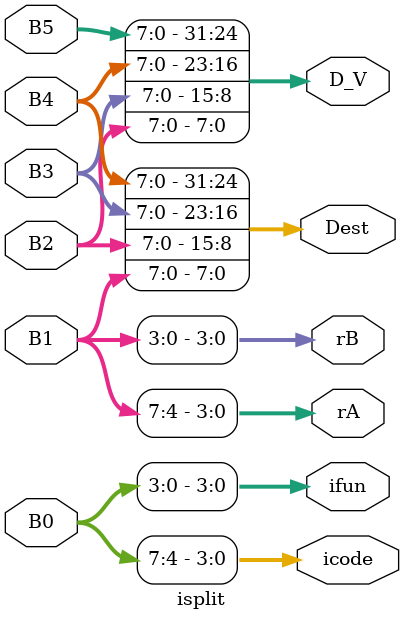
<source format=v>
`timescale 1ns / 1ps


module isplit(
    input [7:0] B0,
    input [7:0] B1,
    input [7:0] B2,
    input [7:0] B3,
    input [7:0] B4,
    input [7:0] B5,
    output [3:0] icode,
    output [3:0] ifun,
    output [3:0] rA,
    output [3:0] rB,
    output [31:0] Dest,
    output [31:0] D_V
    );
    
    assign icode = B0[7:4];
    assign ifun = B0[3:0];
    assign rA = B1[7:4];
    assign rB = B1[3:0];
    assign Dest[7:0] = B1;
    assign Dest[15:8] = B2;
    assign Dest[23:16] = B3;
    assign Dest[31:24] = B4;
    assign D_V[7:0] = B2;
    assign D_V[15:8] = B3;
    assign D_V[23:16] = B4;
    assign D_V[31:24] = B5;
    
endmodule

</source>
